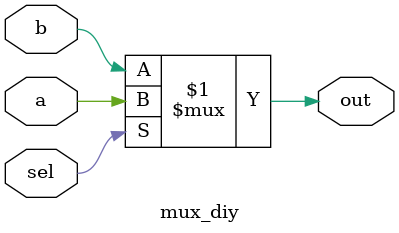
<source format=v>
`timescale 1ns / 1ps


module mux_diy( 
    input a, b, sel,
    output out );
    
    assign out = (sel) ? a : b;
endmodule

</source>
